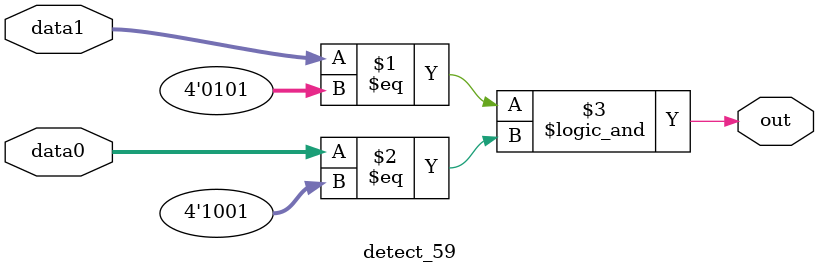
<source format=v>
`timescale 1ns / 1ps


module detect_59(data0, data1, out);

    input       [3:0] data0;
    input       [3:0] data1;
    output      out;
    
    assign out = (data1 == 5) && (data0 == 9);

endmodule

</source>
